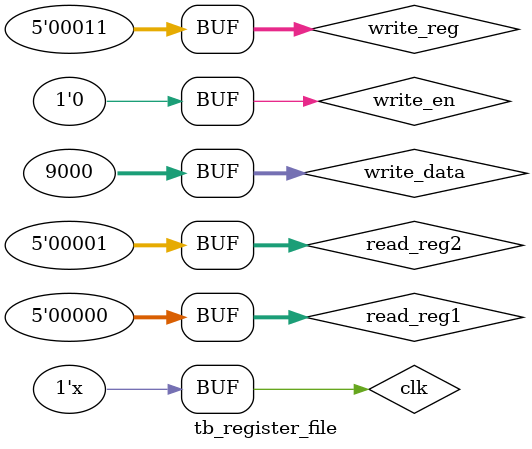
<source format=v>
`timescale 1ns / 1ps


module tb_register_file;

	// Inputs
	reg [4:0] read_reg1;
	reg [4:0] read_reg2;
	reg [4:0] write_reg;
	reg [31:0] write_data;
	reg write_en;
	reg clk;

	// Outputs
	wire [31:0] read_data1;
	wire [31:0] read_data2;

	// Instantiate the Unit Under Test (UUT)
	register_file uut (
		.read_reg1(read_reg1), 
		.read_reg2(read_reg2), 
		.write_reg(write_reg), 
		.write_data(write_data), 
		.write_en(write_en), 
		.clk(clk), 
		.read_data1(read_data1), 
		.read_data2(read_data2)
	);
	
	always begin
		clk = ~clk;
		#1;
	end
	
	initial begin
		// Initialize Inputs
		read_reg1 = 0;
		read_reg2 = 1;
		write_reg = 0;
		write_data = 0;
		write_en = 0;
		clk = 0;

		// Wait 100 ns for global reset to finish
		#100;

		// Add stimulus here
		// Write data to things
		write_en = 1;
		write_data = 32'd7200;
		write_reg = 5'd0;
		#2;
		write_data = 32'd5400;
		write_reg = 5'd1;
		#2;
		write_data = 32'd3600;
		write_reg = 5'd2;
		#2;
		write_data = 32'd1800;
		write_reg = 5'd3;
		#2;		
		// Disable write
		write_en = 0;
		write_data = 32'd9000;
		write_reg = 5'd3;
		#2;
		read_reg1 = 2;
		read_reg2 = 3;
		#2;
		read_reg1 = 0;
		read_reg2 = 1;
	end
      
endmodule


</source>
